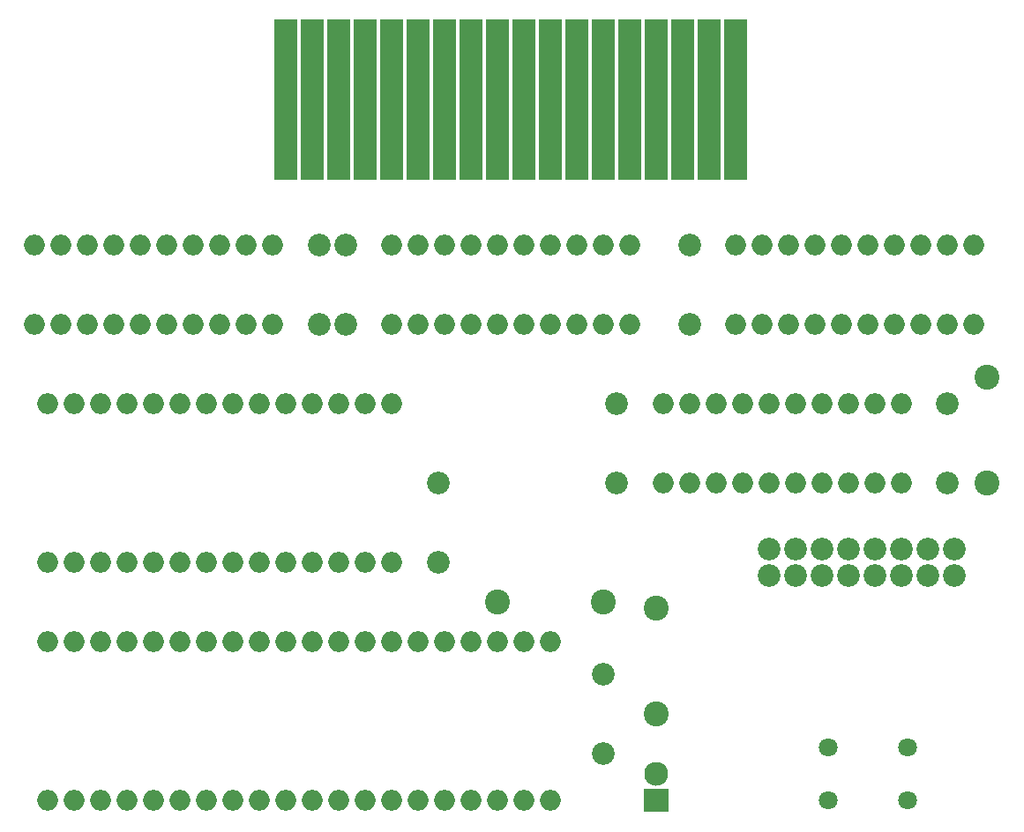
<source format=gbs>
G04 #@! TF.FileFunction,Soldermask,Bot*
%FSLAX46Y46*%
G04 Gerber Fmt 4.6, Leading zero omitted, Abs format (unit mm)*
G04 Created by KiCad (PCBNEW 4.0.2+e4-6225~38~ubuntu14.04.1-stable) date Thu 16 Jun 2016 02:06:54 PM CEST*
%MOMM*%
G01*
G04 APERTURE LIST*
%ADD10C,0.100000*%
%ADD11C,2.178000*%
%ADD12O,2.000000X2.000000*%
%ADD13R,2.400000X2.300000*%
%ADD14C,2.300000*%
%ADD15R,2.178000X15.400000*%
%ADD16C,1.797000*%
%ADD17C,2.398980*%
G04 APERTURE END LIST*
D10*
D11*
X168275000Y-86360000D03*
X170815000Y-86360000D03*
X173355000Y-86360000D03*
X175895000Y-86360000D03*
X178435000Y-86360000D03*
X180975000Y-86360000D03*
X183515000Y-86360000D03*
X186055000Y-86360000D03*
X186055000Y-83820000D03*
X183515000Y-83820000D03*
X180975000Y-83820000D03*
X178435000Y-83820000D03*
X175895000Y-83820000D03*
X173355000Y-83820000D03*
X170815000Y-83820000D03*
X168275000Y-83820000D03*
D12*
X99060000Y-107950000D03*
X101600000Y-107950000D03*
X104140000Y-107950000D03*
X106680000Y-107950000D03*
X109220000Y-107950000D03*
X111760000Y-107950000D03*
X114300000Y-107950000D03*
X116840000Y-107950000D03*
X119380000Y-107950000D03*
X121920000Y-107950000D03*
X124460000Y-107950000D03*
X127000000Y-107950000D03*
X129540000Y-107950000D03*
X132080000Y-107950000D03*
X134620000Y-107950000D03*
X137160000Y-107950000D03*
X139700000Y-107950000D03*
X142240000Y-107950000D03*
X144780000Y-107950000D03*
X147320000Y-107950000D03*
X147320000Y-92710000D03*
X144780000Y-92710000D03*
X142240000Y-92710000D03*
X139700000Y-92710000D03*
X137160000Y-92710000D03*
X134620000Y-92710000D03*
X132080000Y-92710000D03*
X129540000Y-92710000D03*
X127000000Y-92710000D03*
X124460000Y-92710000D03*
X121920000Y-92710000D03*
X119380000Y-92710000D03*
X116840000Y-92710000D03*
X114300000Y-92710000D03*
X111760000Y-92710000D03*
X109220000Y-92710000D03*
X106680000Y-92710000D03*
X104140000Y-92710000D03*
X101600000Y-92710000D03*
X99060000Y-92710000D03*
X158115000Y-77470000D03*
X160655000Y-77470000D03*
X163195000Y-77470000D03*
X165735000Y-77470000D03*
X168275000Y-77470000D03*
X170815000Y-77470000D03*
X173355000Y-77470000D03*
X175895000Y-77470000D03*
X178435000Y-77470000D03*
X180975000Y-77470000D03*
X180975000Y-69850000D03*
X178435000Y-69850000D03*
X175895000Y-69850000D03*
X173355000Y-69850000D03*
X170815000Y-69850000D03*
X168275000Y-69850000D03*
X165735000Y-69850000D03*
X163195000Y-69850000D03*
X160655000Y-69850000D03*
X158115000Y-69850000D03*
D11*
X125095000Y-54610000D03*
X125095000Y-62230000D03*
D12*
X154940000Y-54610000D03*
X152400000Y-54610000D03*
X149860000Y-54610000D03*
X147320000Y-54610000D03*
X144780000Y-54610000D03*
X142240000Y-54610000D03*
X139700000Y-54610000D03*
X137160000Y-54610000D03*
X134620000Y-54610000D03*
X132080000Y-54610000D03*
X132080000Y-62230000D03*
X134620000Y-62230000D03*
X137160000Y-62230000D03*
X139700000Y-62230000D03*
X142240000Y-62230000D03*
X144780000Y-62230000D03*
X147320000Y-62230000D03*
X149860000Y-62230000D03*
X152400000Y-62230000D03*
X154940000Y-62230000D03*
D13*
X157480000Y-107950000D03*
D14*
X157480000Y-105410000D03*
D15*
X165100000Y-40640000D03*
X162560000Y-40640000D03*
X160020000Y-40640000D03*
X157480000Y-40640000D03*
X154940000Y-40640000D03*
X152400000Y-40640000D03*
X149860000Y-40640000D03*
X147320000Y-40640000D03*
X144780000Y-40640000D03*
X142240000Y-40640000D03*
X139700000Y-40640000D03*
X137160000Y-40640000D03*
X134620000Y-40640000D03*
X132080000Y-40640000D03*
X129540000Y-40640000D03*
X127000000Y-40640000D03*
X124460000Y-40640000D03*
X121920000Y-40640000D03*
D16*
X173990000Y-107950000D03*
X173990000Y-102870000D03*
X181610000Y-107950000D03*
X181610000Y-102870000D03*
D12*
X187960000Y-54610000D03*
X185420000Y-54610000D03*
X182880000Y-54610000D03*
X180340000Y-54610000D03*
X177800000Y-54610000D03*
X175260000Y-54610000D03*
X172720000Y-54610000D03*
X170180000Y-54610000D03*
X167640000Y-54610000D03*
X165100000Y-54610000D03*
X165100000Y-62230000D03*
X167640000Y-62230000D03*
X170180000Y-62230000D03*
X172720000Y-62230000D03*
X175260000Y-62230000D03*
X177800000Y-62230000D03*
X180340000Y-62230000D03*
X182880000Y-62230000D03*
X185420000Y-62230000D03*
X187960000Y-62230000D03*
X97790000Y-62230000D03*
X100330000Y-62230000D03*
X102870000Y-62230000D03*
X105410000Y-62230000D03*
X107950000Y-62230000D03*
X110490000Y-62230000D03*
X113030000Y-62230000D03*
X115570000Y-62230000D03*
X118110000Y-62230000D03*
X120650000Y-62230000D03*
X120650000Y-54610000D03*
X118110000Y-54610000D03*
X115570000Y-54610000D03*
X113030000Y-54610000D03*
X110490000Y-54610000D03*
X107950000Y-54610000D03*
X105410000Y-54610000D03*
X102870000Y-54610000D03*
X100330000Y-54610000D03*
X97790000Y-54610000D03*
X132080000Y-69850000D03*
X129540000Y-69850000D03*
X127000000Y-69850000D03*
X124460000Y-69850000D03*
X121920000Y-69850000D03*
X119380000Y-69850000D03*
X116840000Y-69850000D03*
X114300000Y-69850000D03*
X111760000Y-69850000D03*
X109220000Y-69850000D03*
X106680000Y-69850000D03*
X104140000Y-69850000D03*
X101600000Y-69850000D03*
X99060000Y-69850000D03*
X99060000Y-85090000D03*
X101600000Y-85090000D03*
X104140000Y-85090000D03*
X106680000Y-85090000D03*
X109220000Y-85090000D03*
X111760000Y-85090000D03*
X114300000Y-85090000D03*
X116840000Y-85090000D03*
X119380000Y-85090000D03*
X121920000Y-85090000D03*
X124460000Y-85090000D03*
X127000000Y-85090000D03*
X129540000Y-85090000D03*
X132080000Y-85090000D03*
D11*
X127635000Y-62230000D03*
X127635000Y-54610000D03*
X160655000Y-62230000D03*
X160655000Y-54610000D03*
X153670000Y-69850000D03*
X153670000Y-77470000D03*
X136525000Y-85090000D03*
X136525000Y-77470000D03*
X152400000Y-103505000D03*
X152400000Y-95885000D03*
X185420000Y-77470000D03*
X185420000Y-69850000D03*
D17*
X189230000Y-77470000D03*
X189230000Y-67310000D03*
X157480000Y-99695000D03*
X157480000Y-89535000D03*
X142240000Y-88900000D03*
X152400000Y-88900000D03*
M02*

</source>
